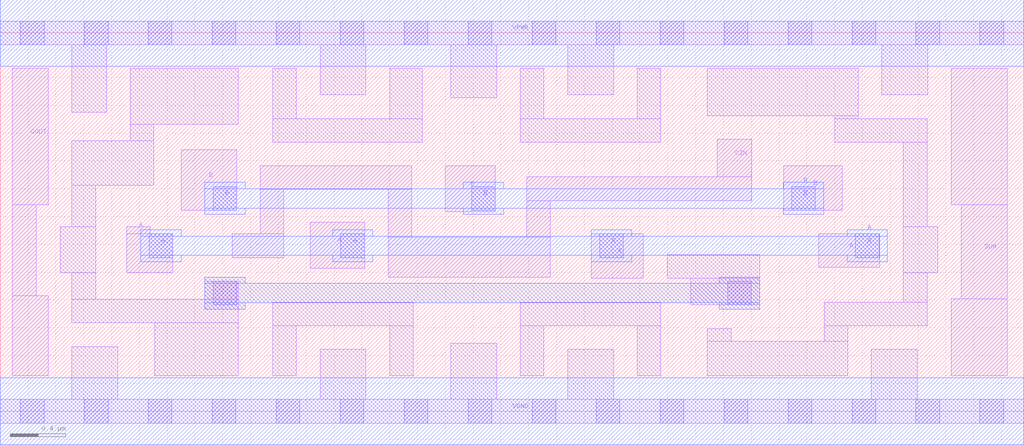
<source format=lef>
# Copyright 2020 The SkyWater PDK Authors
#
# Licensed under the Apache License, Version 2.0 (the "License");
# you may not use this file except in compliance with the License.
# You may obtain a copy of the License at
#
#     https://www.apache.org/licenses/LICENSE-2.0
#
# Unless required by applicable law or agreed to in writing, software
# distributed under the License is distributed on an "AS IS" BASIS,
# WITHOUT WARRANTIES OR CONDITIONS OF ANY KIND, either express or implied.
# See the License for the specific language governing permissions and
# limitations under the License.
#
# SPDX-License-Identifier: Apache-2.0

VERSION 5.7 ;
  NAMESCASESENSITIVE ON ;
  NOWIREEXTENSIONATPIN ON ;
  DIVIDERCHAR "/" ;
  BUSBITCHARS "[]" ;
UNITS
  DATABASE MICRONS 200 ;
END UNITS
MACRO sky130_fd_sc_hd__fa_1
  CLASS CORE ;
  FOREIGN sky130_fd_sc_hd__fa_1 ;
  ORIGIN  0.000000  0.000000 ;
  SIZE  7.360000 BY  2.720000 ;
  SYMMETRY X Y R90 ;
  SITE unithd ;
  PIN A
    ANTENNAGATEAREA  0.504000 ;
    DIRECTION INPUT ;
    USE SIGNAL ;
    PORT
      LAYER li1 ;
        RECT 0.910000 0.995000 1.240000 1.275000 ;
        RECT 0.910000 1.275000 1.080000 1.325000 ;
      LAYER mcon ;
        RECT 1.070000 1.105000 1.240000 1.275000 ;
    END
    PORT
      LAYER li1 ;
        RECT 2.230000 1.030000 2.620000 1.360000 ;
      LAYER mcon ;
        RECT 2.450000 1.105000 2.620000 1.275000 ;
    END
    PORT
      LAYER li1 ;
        RECT 4.250000 0.955000 4.625000 1.275000 ;
      LAYER mcon ;
        RECT 4.310000 1.105000 4.480000 1.275000 ;
    END
    PORT
      LAYER li1 ;
        RECT 5.885000 1.035000 6.325000 1.275000 ;
      LAYER mcon ;
        RECT 6.150000 1.105000 6.320000 1.275000 ;
    END
    PORT
      LAYER met1 ;
        RECT 1.010000 1.075000 1.300000 1.120000 ;
        RECT 1.010000 1.120000 6.380000 1.260000 ;
        RECT 1.010000 1.260000 1.300000 1.305000 ;
        RECT 2.390000 1.075000 2.680000 1.120000 ;
        RECT 2.390000 1.260000 2.680000 1.305000 ;
        RECT 4.250000 1.075000 4.540000 1.120000 ;
        RECT 4.250000 1.260000 4.540000 1.305000 ;
        RECT 6.090000 1.075000 6.380000 1.120000 ;
        RECT 6.090000 1.260000 6.380000 1.305000 ;
    END
  END A
  PIN B
    ANTENNAGATEAREA  0.504000 ;
    DIRECTION INPUT ;
    USE SIGNAL ;
    PORT
      LAYER li1 ;
        RECT 1.300000 1.445000 1.700000 1.880000 ;
      LAYER mcon ;
        RECT 1.530000 1.445000 1.700000 1.615000 ;
    END
    PORT
      LAYER li1 ;
        RECT 3.200000 1.435000 3.560000 1.765000 ;
      LAYER mcon ;
        RECT 3.390000 1.445000 3.560000 1.615000 ;
    END
    PORT
      LAYER li1 ;
        RECT 5.635000 1.445000 6.055000 1.765000 ;
      LAYER mcon ;
        RECT 5.690000 1.445000 5.860000 1.615000 ;
    END
    PORT
      LAYER met1 ;
        RECT 1.470000 1.415000 1.760000 1.460000 ;
        RECT 1.470000 1.460000 5.920000 1.600000 ;
        RECT 1.470000 1.600000 1.760000 1.645000 ;
        RECT 3.330000 1.415000 3.620000 1.460000 ;
        RECT 3.330000 1.600000 3.620000 1.645000 ;
        RECT 5.630000 1.415000 5.920000 1.460000 ;
        RECT 5.630000 1.600000 5.920000 1.645000 ;
    END
  END B
  PIN CIN
    ANTENNAGATEAREA  0.378000 ;
    DIRECTION INPUT ;
    USE SIGNAL ;
    PORT
      LAYER li1 ;
        RECT 1.670000 1.105000 2.040000 1.275000 ;
        RECT 1.870000 1.275000 2.040000 1.595000 ;
        RECT 1.870000 1.595000 2.960000 1.765000 ;
        RECT 2.790000 0.965000 3.955000 1.250000 ;
        RECT 2.790000 1.250000 2.960000 1.595000 ;
        RECT 3.785000 1.250000 3.955000 1.515000 ;
        RECT 3.785000 1.515000 5.405000 1.685000 ;
        RECT 5.155000 1.685000 5.405000 1.955000 ;
    END
  END CIN
  PIN COUT
    ANTENNADIFFAREA  0.429000 ;
    DIRECTION OUTPUT ;
    USE SIGNAL ;
    PORT
      LAYER li1 ;
        RECT 0.085000 0.255000 0.345000 0.830000 ;
        RECT 0.085000 0.830000 0.260000 1.485000 ;
        RECT 0.085000 1.485000 0.345000 2.465000 ;
    END
  END COUT
  PIN SUM
    ANTENNADIFFAREA  0.429000 ;
    DIRECTION OUTPUT ;
    USE SIGNAL ;
    PORT
      LAYER li1 ;
        RECT 6.840000 0.255000 7.240000 0.810000 ;
        RECT 6.840000 1.485000 7.240000 2.465000 ;
        RECT 6.910000 0.810000 7.240000 1.485000 ;
    END
  END SUM
  PIN VGND
    DIRECTION INOUT ;
    SHAPE ABUTMENT ;
    USE GROUND ;
    PORT
      LAYER met1 ;
        RECT 0.000000 -0.240000 7.360000 0.240000 ;
    END
  END VGND
  PIN VPWR
    DIRECTION INOUT ;
    SHAPE ABUTMENT ;
    USE POWER ;
    PORT
      LAYER met1 ;
        RECT 0.000000 2.480000 7.360000 2.960000 ;
    END
  END VPWR
  OBS
    LAYER li1 ;
      RECT 0.000000 -0.085000 7.360000 0.085000 ;
      RECT 0.000000  2.635000 7.360000 2.805000 ;
      RECT 0.430000  0.995000 0.685000 1.325000 ;
      RECT 0.515000  0.085000 0.845000 0.465000 ;
      RECT 0.515000  0.635000 1.710000 0.805000 ;
      RECT 0.515000  0.805000 0.685000 0.995000 ;
      RECT 0.515000  1.325000 0.685000 1.625000 ;
      RECT 0.515000  1.625000 1.105000 1.945000 ;
      RECT 0.515000  2.150000 0.765000 2.635000 ;
      RECT 0.935000  1.945000 1.105000 2.065000 ;
      RECT 0.935000  2.065000 1.710000 2.465000 ;
      RECT 1.110000  0.255000 1.710000 0.635000 ;
      RECT 1.470000  0.805000 1.710000 0.935000 ;
      RECT 1.960000  0.255000 2.130000 0.615000 ;
      RECT 1.960000  0.615000 2.970000 0.785000 ;
      RECT 1.960000  1.935000 3.035000 2.105000 ;
      RECT 1.960000  2.105000 2.130000 2.465000 ;
      RECT 2.300000  0.085000 2.630000 0.445000 ;
      RECT 2.300000  2.275000 2.630000 2.635000 ;
      RECT 2.800000  0.255000 2.970000 0.615000 ;
      RECT 2.800000  2.105000 3.035000 2.465000 ;
      RECT 3.240000  0.085000 3.570000 0.490000 ;
      RECT 3.240000  2.255000 3.570000 2.635000 ;
      RECT 3.740000  0.255000 3.910000 0.615000 ;
      RECT 3.740000  0.615000 4.750000 0.785000 ;
      RECT 3.740000  1.935000 4.750000 2.105000 ;
      RECT 3.740000  2.105000 3.910000 2.465000 ;
      RECT 4.080000  0.085000 4.410000 0.445000 ;
      RECT 4.080000  2.275000 4.410000 2.635000 ;
      RECT 4.580000  0.255000 4.750000 0.615000 ;
      RECT 4.580000  2.105000 4.750000 2.465000 ;
      RECT 4.795000  0.955000 5.460000 1.125000 ;
      RECT 4.965000  0.765000 5.460000 0.955000 ;
      RECT 5.085000  0.255000 6.095000 0.505000 ;
      RECT 5.085000  0.505000 5.255000 0.595000 ;
      RECT 5.085000  2.125000 6.170000 2.465000 ;
      RECT 5.925000  0.505000 6.095000 0.615000 ;
      RECT 5.925000  0.615000 6.665000 0.785000 ;
      RECT 6.000000  1.935000 6.665000 2.105000 ;
      RECT 6.000000  2.105000 6.170000 2.125000 ;
      RECT 6.265000  0.085000 6.595000 0.445000 ;
      RECT 6.340000  2.275000 6.670000 2.635000 ;
      RECT 6.495000  0.785000 6.665000 0.995000 ;
      RECT 6.495000  0.995000 6.740000 1.325000 ;
      RECT 6.495000  1.325000 6.665000 1.935000 ;
    LAYER mcon ;
      RECT 0.145000 -0.085000 0.315000 0.085000 ;
      RECT 0.145000  2.635000 0.315000 2.805000 ;
      RECT 0.605000 -0.085000 0.775000 0.085000 ;
      RECT 0.605000  2.635000 0.775000 2.805000 ;
      RECT 1.065000 -0.085000 1.235000 0.085000 ;
      RECT 1.065000  2.635000 1.235000 2.805000 ;
      RECT 1.525000 -0.085000 1.695000 0.085000 ;
      RECT 1.525000  2.635000 1.695000 2.805000 ;
      RECT 1.530000  0.765000 1.700000 0.935000 ;
      RECT 1.985000 -0.085000 2.155000 0.085000 ;
      RECT 1.985000  2.635000 2.155000 2.805000 ;
      RECT 2.445000 -0.085000 2.615000 0.085000 ;
      RECT 2.445000  2.635000 2.615000 2.805000 ;
      RECT 2.905000 -0.085000 3.075000 0.085000 ;
      RECT 2.905000  2.635000 3.075000 2.805000 ;
      RECT 3.365000 -0.085000 3.535000 0.085000 ;
      RECT 3.365000  2.635000 3.535000 2.805000 ;
      RECT 3.825000 -0.085000 3.995000 0.085000 ;
      RECT 3.825000  2.635000 3.995000 2.805000 ;
      RECT 4.285000 -0.085000 4.455000 0.085000 ;
      RECT 4.285000  2.635000 4.455000 2.805000 ;
      RECT 4.745000 -0.085000 4.915000 0.085000 ;
      RECT 4.745000  2.635000 4.915000 2.805000 ;
      RECT 5.205000 -0.085000 5.375000 0.085000 ;
      RECT 5.205000  2.635000 5.375000 2.805000 ;
      RECT 5.230000  0.765000 5.400000 0.935000 ;
      RECT 5.665000 -0.085000 5.835000 0.085000 ;
      RECT 5.665000  2.635000 5.835000 2.805000 ;
      RECT 6.125000 -0.085000 6.295000 0.085000 ;
      RECT 6.125000  2.635000 6.295000 2.805000 ;
      RECT 6.585000 -0.085000 6.755000 0.085000 ;
      RECT 6.585000  2.635000 6.755000 2.805000 ;
      RECT 7.045000 -0.085000 7.215000 0.085000 ;
      RECT 7.045000  2.635000 7.215000 2.805000 ;
    LAYER met1 ;
      RECT 1.470000 0.735000 1.760000 0.780000 ;
      RECT 1.470000 0.780000 5.460000 0.920000 ;
      RECT 1.470000 0.920000 1.760000 0.965000 ;
      RECT 5.170000 0.735000 5.460000 0.780000 ;
      RECT 5.170000 0.920000 5.460000 0.965000 ;
  END
END sky130_fd_sc_hd__fa_1
END LIBRARY

</source>
